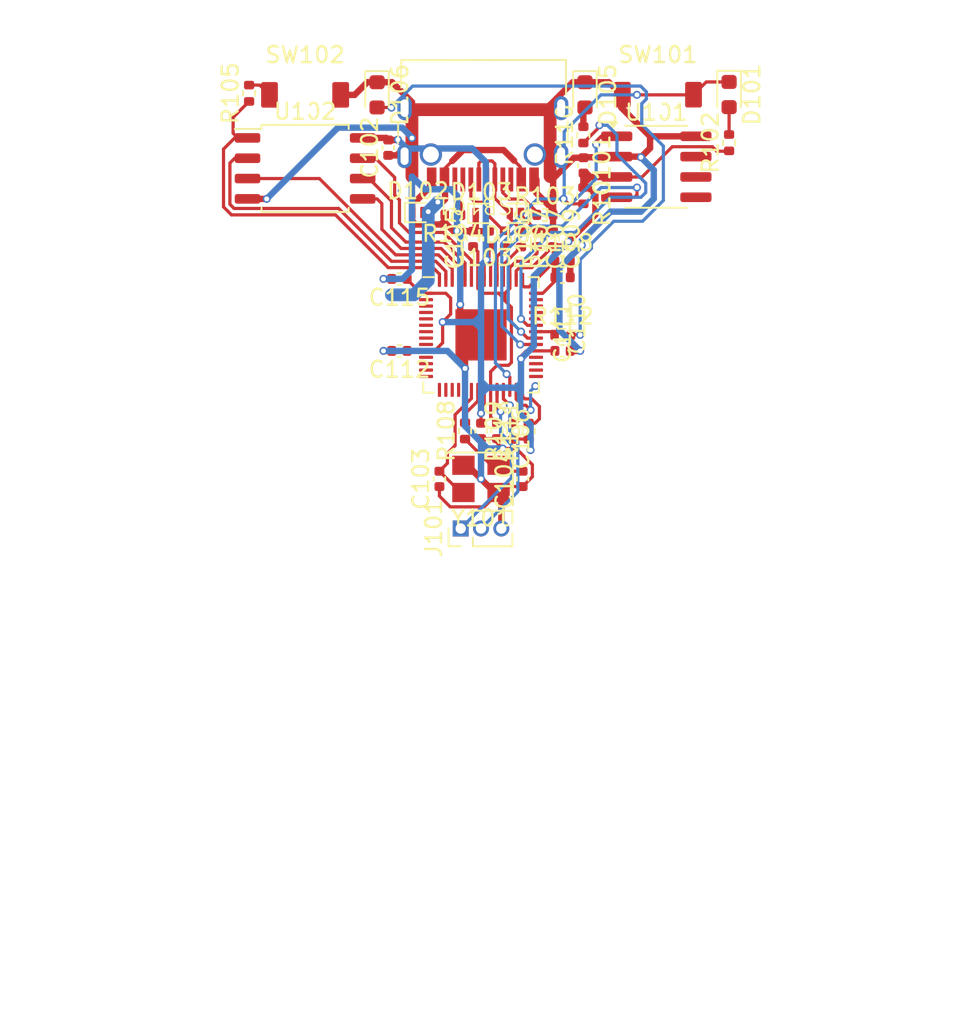
<source format=kicad_pcb>
(kicad_pcb (version 20240108) (generator "pcbnew") (generator_version "8.0")
  (layers (0 "F.Cu" signal) (31 "B.Cu" signal) (34 "B.Paste" user) (35 "F.Paste" user) (36 "B.SilkS" user "B.Silkscreen") (37 "F.SilkS" user "F.Silkscreen") (38 "B.Mask" user) (39 "F.Mask" user) (44 "Edge.Cuts" user))
  (net 0 "")
  (net 1 "/USB_D-")
  (net 2 "/USB_D+")
  (net 3 "Net-(U103-XIN)")
  (net 4 "Net-(C104-Pad2)")
  (net 5 "Net-(U103-VREG_VOUT)")
  (net 6 "GND")
  (net 7 "VBUS")
  (net 8 "Net-(D101-A)")
  (net 9 "Net-(D105-A)")
  (net 10 "VDD")
  (net 11 "RESET")
  (net 12 "/CAN_TX")
  (net 13 "/CAN_RX")
  (net 14 "/I2C_SCL")
  (net 15 "/CANL")
  (net 16 "/CANH")
  (net 17 "Net-(D106-A)")
  (net 18 "Net-(J101-Pin_2)")
  (net 19 "/I2C_SDA")
  (net 20 "Net-(J101-Pin_1)")
  (net 21 "Net-(USB101-CC1)")
  (net 22 "Net-(USB101-CC2)")
  (net 23 "Net-(R105-Pad2)")
  (net 24 "Net-(U102-~{CS})")
  (net 25 "Net-(U103-USB_DP)")
  (net 26 "Net-(U103-USB_DM)")
  (net 27 "/GPIO29_ADC3")
  (net 28 "/GPIO28_ADC2")
  (net 29 "/GPIO27_ADC1")
  (net 30 "/GPIO26_ADC0")
  (net 31 "Net-(U103-XOUT)")
  (net 32 "/GPIO2")
  (net 33 "/GPIO3")
  (net 34 "/GPIO4")
  (net 35 "/GPIO5")
  (net 36 "/GPIO6")
  (net 37 "/GPIO7")
  (net 38 "/GPIO8")
  (net 39 "/GPIO9")
  (net 40 "/GPIO10")
  (net 41 "/GPIO11")
  (net 42 "/GPIO12")
  (net 43 "/GPIO13")
  (net 44 "/GPIO14")
  (net 45 "/GPIO15")
  (net 46 "/GPIO18")
  (net 47 "/GPIO19")
  (net 48 "/GPIO20")
  (net 49 "/GPIO21")
  (net 50 "/GPIO0")
  (net 51 "/GPIO1")
  (net 52 "Net-(U103-GPIO25)")
  (net 53 "Net-(U103-GPIO24)")
  (net 55 "Net-(U102-DO(IO1))")
  (net 56 "Net-(U102-DI(IO0))")
  (net 57 "Net-(U102-IO2)")
  (net 58 "Net-(U102-IO3)")
  (net 59 "Net-(U102-CLK)")
  (footprint "Capacitor_SMD:C_0402_1005Metric" (layer "F.Cu") (at 148.41 89.41 -90)
    (property "Reference" "C101")
    (property "Value" "100nF")
  )
  (footprint "Capacitor_SMD:C_0402_1005Metric" (layer "F.Cu") (at 142 106 -90)
    (property "Reference" "C113")
    (property "Value" "100nF")
  )
  (footprint "Resistor_SMD:R_0402_1005Metric" (layer "F.Cu") (at 157.51 87.99 90)
    (property "Reference" "R102")
    (property "Value" "1k")
  )
  (footprint "Diode_SMD:D_SOD-882" (layer "F.Cu") (at 138.05 92.35)
    (property "Reference" "D102")
    (property "Value" "5V")
  )
  (footprint "WOBCLibrary:TVAF06-A020B-R" (layer "F.Cu") (at 153.06 84.99 90)
    (property "Reference" "SW101")
    (property "Value" "RESET_sw")
  )
  (footprint "Resistor_SMD:R_0402_1005Metric" (layer "F.Cu") (at 143.99 106.03 90)
    (property "Reference" "R109")
    (property "Value" "10k")
  )
  (footprint "Capacitor_SMD:C_0402_1005Metric" (layer "F.Cu") (at 147.1 96.4)
    (property "Reference" "C114" (hide yes))
    (property "Value" "100nF")
  )
  (footprint "Capacitor_SMD:C_0402_1005Metric" (layer "F.Cu") (at 145.5 94 -90)
    (property "Reference" "C107")
    (property "Value" "1uF")
  )
  (footprint "Resistor_SMD:R_0402_1005Metric" (layer "F.Cu") (at 148.4 91.3 -90)
    (property "Reference" "R101")
    (property "Value" "10k")
  )
  (footprint "Resistor_SMD:R_0402_1005Metric" (layer "F.Cu") (at 127.5 84.9 90)
    (property "Reference" "R105")
    (property "Value" "1k")
  )
  (footprint "Diode_SMD:D_SOD-882" (layer "F.Cu") (at 142.02 92.41)
    (property "Reference" "D103")
    (property "Value" "5V")
  )
  (footprint "Crystal:Crystal_SMD_3225-4Pin_3.2x2.5mm" (layer "F.Cu") (at 142 109 180)
    (property "Reference" "Y101")
    (property "Value" "Crystal_GND24")
  )
  (footprint "Connector_PinHeader_1.27mm:PinHeader_1x03_P1.27mm_Vertical" (layer "F.Cu") (at 140.73 112.1 90)
    (property "Reference" "J101")
    (property "Value" "DEBUG")
  )
  (footprint "Resistor_SMD:R_0402_1005Metric" (layer "F.Cu") (at 143.5 94 -90)
    (property "Reference" "R106")
    (property "Value" "22.4")
  )
  (footprint "Capacitor_SMD:C_0402_1005Metric" (layer "F.Cu") (at 142.5 94 90)
    (property "Reference" "C110")
    (property "Value" "100nF")
  )
  (footprint "Capacitor_SMD:C_0402_1005Metric" (layer "F.Cu") (at 144.6 109 90)
    (property "Reference" "C104")
    (property "Value" "27pF")
  )
  (footprint "Capacitor_SMD:C_0402_1005Metric" (layer "F.Cu") (at 147.1 95.4)
    (property "Reference" "C108")
    (property "Value" "100nF")
  )
  (footprint "Resistor_SMD:R_0402_1005Metric" (layer "F.Cu") (at 148.4 87.5 90)
    (property "Reference" "R110")
    (property "Value" "1k")
  )
  (footprint "WOBCLibrary:USB_C_TYPEC-301S-ACP16X7" (layer "F.Cu") (at 142.115 86.62 180)
    (property "Reference" "USB101")
    (property "Value" "USB_C_Receptacle_USB2.0")
  )
  (footprint "Resistor_SMD:R_0402_1005Metric" (layer "F.Cu") (at 140.24 92.5 180)
    (property "Reference" "R104")
    (property "Value" "5.1k")
  )
  (footprint "Capacitor_SMD:C_0402_1005Metric" (layer "F.Cu") (at 141.5 94 90)
    (property "Reference" "C105")
    (property "Value" "100nF")
  )
  (footprint "WOBCLibrary:TVAF06-A020B-R" (layer "F.Cu") (at 131 85 90)
    (property "Reference" "SW102")
    (property "Value" "BOOT0")
  )
  (footprint "Capacitor_SMD:C_0402_1005Metric" (layer "F.Cu") (at 139.4 109 90)
    (property "Reference" "C103")
    (property "Value" "27pF")
  )
  (footprint "LED_SMD:LED_0603_1608Metric" (layer "F.Cu") (at 157.51 84.98 -90)
    (property "Reference" "D101")
    (property "Value" "RESET")
  )
  (footprint "LED_SMD:LED_0603_1608Metric" (layer "F.Cu") (at 135.5 85 -90)
    (property "Reference" "D106")
    (property "Value" "ERROR")
  )
  (footprint "Diode_SMD:D_SOD-882" (layer "F.Cu") (at 144.15 92.4 180)
    (property "Reference" "D104")
    (property "Value" "5V")
  )
  (footprint "Resistor_SMD:R_0402_1005Metric" (layer "F.Cu") (at 141 106 90)
    (property "Reference" "R108")
    (property "Value" "1k")
  )
  (footprint "Resistor_SMD:R_0402_1005Metric" (layer "F.Cu") (at 144.98 106.02 90)
    (property "Reference" "R111")
    (property "Value" "10k")
  )
  (footprint "LED_SMD:LED_0603_1608Metric" (layer "F.Cu") (at 148.5 85 -90)
    (property "Reference" "D105")
    (property "Value" "STAT")
  )
  (footprint "Capacitor_SMD:C_0402_1005Metric" (layer "F.Cu") (at 143 106 -90)
    (property "Reference" "C106")
    (property "Value" "100nF")
  )
  (footprint "Package_DFN_QFN:QFN-56-1EP_7x7mm_P0.4mm_EP3.2x3.2mm" (layer "F.Cu") (at 142 100)
    (property "Reference" "U103")
    (property "Value" "RP2040")
  )
  (footprint "Resistor_SMD:R_0402_1005Metric" (layer "F.Cu") (at 144.5 94 -90)
    (property "Reference" "R107")
    (property "Value" "22.4")
  )
  (footprint "Package_SO:SOIC-8_3.9x4.9mm_P1.27mm" (layer "F.Cu") (at 152.96 89.495)
    (property "Reference" "U101")
    (property "Value" "SN65HVD230")
  )
  (footprint "Capacitor_SMD:C_0402_1005Metric" (layer "F.Cu") (at 136.9 101 180)
    (property "Reference" "C112")
    (property "Value" "100nF")
  )
  (footprint "Capacitor_SMD:C_0402_1005Metric" (layer "F.Cu") (at 136.9 96.5 180)
    (property "Reference" "C115")
    (property "Value" "100nF")
  )
  (footprint "Capacitor_SMD:C_0402_1005Metric" (layer "F.Cu") (at 136.2 88.3 90)
    (property "Reference" "C102")
    (property "Value" "100nF")
  )
  (footprint "Resistor_SMD:R_0402_1005Metric" (layer "F.Cu") (at 147.11 100)
    (property "Reference" "R112")
    (property "Value" "1k")
  )
  (footprint "Capacitor_SMD:C_0402_1005Metric" (layer "F.Cu") (at 146.5 94 -90)
    (property "Reference" "C109")
    (property "Value" "1uF")
  )
  (footprint "Package_SO:SOIC-8_5.23x5.23mm_P1.27mm" (layer "F.Cu") (at 131 89.595)
    (property "Reference" "U102")
    (property "Value" "W25Q128JVS")
  )
  (footprint "Capacitor_SMD:C_0402_1005Metric" (layer "F.Cu") (at 147.1 101)
    (property "Reference" "C111")
    (property "Value" "100nF")
  )
  (footprint "Resistor_SMD:R_0402_1005Metric" (layer "F.Cu") (at 146 92.5)
    (property "Reference" "R103")
    (property "Value" "5.1k")
  )
  (segment (start 136.3875 85.7875) (end 136.4 85.8) (width 0.2) (layer "F.Cu") (net 0))
  (segment (start 148.2 100) (end 147.62 100) (width 0.2) (layer "F.Cu") (net 0))
  (segment (start 135.5 85.7875) (end 136.3875 85.7875) (width 0.2) (layer "F.Cu") (net 0))
  (segment (start 152.05 85.55) (end 152.05 86.85) (width 0.2) (layer "B.Cu") (net 0))
  (segment (start 152.337347 85.262653) (end 152.05 85.55) (width 0.2) (layer "B.Cu") (net 0))
  (segment (start 152.05 86.85) (end 153.4 88.2) (width 0.2) (layer "B.Cu") (net 0))
  (segment (start 148.9 94.3) (end 148.9 94.6) (width 0.2) (layer "B.Cu") (net 0))
  (segment (start 148.2 95.3) (end 148.2 100) (width 0.2) (layer "B.Cu") (net 0))
  (segment (start 150.3 92.9) (end 148.9 94.3) (width 0.2) (layer "B.Cu") (net 0))
  (segment (start 152.337347 84.810029) (end 152.337347 85.262653) (width 0.2) (layer "B.Cu") (net 0))
  (segment (start 152.1 92.9) (end 150.3 92.9) (width 0.2) (layer "B.Cu") (net 0))
  (segment (start 136.4 85.8) (end 136.4 85.775431) (width 0.2) (layer "B.Cu") (net 0))
  (segment (start 136.4 85.775431) (end 137.725431 84.45) (width 0.2) (layer "B.Cu") (net 0))
  (segment (start 148.9 94.6) (end 148.2 95.3) (width 0.2) (layer "B.Cu") (net 0))
  (segment (start 137.725431 84.45) (end 151.977318 84.45) (width 0.2) (layer "B.Cu") (net 0))
  (segment (start 153.4 91.6) (end 152.1 92.9) (width 0.2) (layer "B.Cu") (net 0))
  (segment (start 136.9 91.004569) (end 136.88 90.984569) (width 0.2) (layer "B.Cu") (net 0))
  (segment (start 153.4 88.2) (end 153.4 91.6) (width 0.2) (layer "B.Cu") (net 0))
  (segment (start 151.977318 84.45) (end 152.337347 84.810029) (width 0.2) (layer "B.Cu") (net 0))
  (segment (start 142.01 89.13) (end 141.865 89.275) (width 0.2) (layer "F.Cu") (net 1))
  (segment (start 142.865 89.305) (end 142.69 89.13) (width 0.2) (layer "F.Cu") (net 1))
  (segment (start 142.865 90.29) (end 142.865 89.305) (width 0.2) (layer "F.Cu") (net 1))
  (segment (start 144.5 93.49) (end 144.5 93.42) (width 0.2) (layer "F.Cu") (net 1))
  (segment (start 142.865 91.465) (end 143.8 92.4) (width 0.2) (layer "F.Cu") (net 1))
  (segment (start 141.865 89.275) (end 141.865 90.29) (width 0.2) (layer "F.Cu") (net 1))
  (segment (start 142.69 89.13) (end 142.01 89.13) (width 0.2) (layer "F.Cu") (net 1))
  (segment (start 144.5 93.42) (end 143.8 92.72) (width 0.2) (layer "F.Cu") (net 1))
  (segment (start 143.8 92.72) (end 143.8 92.43495) (width 0.2) (layer "F.Cu") (net 1))
  (segment (start 142.865 90.29) (end 142.865 91.465) (width 0.2) (layer "F.Cu") (net 1))
  (segment (start 141.365 91.445) (end 141.63 91.71) (width 0.2) (layer "F.Cu") (net 2))
  (segment (start 141.63 91.71) (end 142.34 91.71) (width 0.2) (layer "F.Cu") (net 2))
  (segment (start 142.34 91.71) (end 142.34 90.315) (width 0.2) (layer "F.Cu") (net 2))
  (segment (start 141.365 90.29) (end 141.365 91.445) (width 0.2) (layer "F.Cu") (net 2))
  (segment (start 142.37 92.45) (end 142.37 92.41) (width 0.2) (layer "F.Cu") (net 2))
  (segment (start 142.34 92.38) (end 142.34 91.71) (width 0.2) (layer "F.Cu") (net 2))
  (segment (start 142.34 90.315) (end 142.365 90.29) (width 0.2) (layer "F.Cu") (net 2))
  (segment (start 142.37 92.41) (end 142.34 92.38) (width 0.2) (layer "F.Cu") (net 2))
  (segment (start 143.5 93.49) (end 143.41 93.49) (width 0.2) (layer "F.Cu") (net 2))
  (segment (start 143.41 93.49) (end 142.37 92.45) (width 0.2) (layer "F.Cu") (net 2))
  (segment (start 140.53 109.48) (end 140.9 109.85) (width 0.2) (layer "F.Cu") (net 3))
  (segment (start 140.38 104.989973) (end 141.4 103.969973) (width 0.2) (layer "F.Cu") (net 3))
  (segment (start 141.4 103.969973) (end 141.4 103.4375) (width 0.2) (layer "F.Cu") (net 3))
  (segment (start 139.4 108.52) (end 139.9 108.02) (width 0.2) (layer "F.Cu") (net 3))
  (segment (start 139.9 108.02) (end 139.9 107.4) (width 0.2) (layer "F.Cu") (net 3))
  (segment (start 139.4 108.52) (end 140.73 109.85) (width 0.2) (layer "F.Cu") (net 3))
  (segment (start 140.73 109.85) (end 140.9 109.85) (width 0.2) (layer "F.Cu") (net 3))
  (segment (start 139.9 107.4) (end 140.38 106.92) (width 0.2) (layer "F.Cu") (net 3))
  (segment (start 140.38 106.92) (end 140.38 104.989973) (width 0.2) (layer "F.Cu") (net 3))
  (segment (start 144.6 108.52) (end 143.47 108.52) (width 0.2) (layer "F.Cu") (net 4))
  (segment (start 142.64 108.15) (end 143.1 108.15) (width 0.2) (layer "F.Cu") (net 4))
  (segment (start 143.47 108.52) (end 143.1 108.15) (width 0.2) (layer "F.Cu") (net 4))
  (segment (start 141 106.51) (end 142.64 108.15) (width 0.2) (layer "F.Cu") (net 4))
  (segment (start 145.5 94.9) (end 145.5 94.48) (width 0.2) (layer "F.Cu") (net 5))
  (segment (start 143.1 97.4) (end 143.494974 97.4) (width 0.2) (layer "F.Cu") (net 5))
  (segment (start 141.8 97.094974) (end 142.105026 97.4) (width 0.2) (layer "F.Cu") (net 5))
  (segment (start 143.8 96.5625) (end 143.8 95.8) (width 0.2) (layer "F.Cu") (net 5))
  (segment (start 144.2 95.4) (end 145 95.4) (width 0.2) (layer "F.Cu") (net 5))
  (segment (start 142.6 103.4375) (end 142.6 105.13) (width 0.2) (layer "F.Cu") (net 5))
  (segment (start 142.105026 97.4) (end 143.1 97.4) (width 0.2) (layer "F.Cu") (net 5))
  (segment (start 143.9 101.724264) (end 143.724264 101.9) (width 0.2) (layer "F.Cu") (net 5))
  (segment (start 141.5 94.5) (end 141.8 94.8) (width 0.2) (layer "F.Cu") (net 5))
  (segment (start 141.8 94.8) (end 141.8 96.5625) (width 0.2) (layer "F.Cu") (net 5))
  (segment (start 143.494974 97.794974) (end 143.494974 97.87071) (width 0.2) (layer "F.Cu") (net 5))
  (segment (start 141.8 96.5625) (end 141.8 97.094974) (width 0.2) (layer "F.Cu") (net 5))
  (segment (start 143.9 98.275736) (end 143.9 101.724264) (width 0.2) (layer "F.Cu") (net 5))
  (segment (start 141.5 94.48) (end 141.5 94.5) (width 0.2) (layer "F.Cu") (net 5))
  (segment (start 145 95.4) (end 145.5 94.9) (width 0.2) (layer "F.Cu") (net 5))
  (segment (start 143.724264 101.9) (end 143 101.9) (width 0.2) (layer "F.Cu") (net 5))
  (segment (start 142.6 105.13) (end 142.99 105.52) (width 0.2) (layer "F.Cu") (net 5))
  (segment (start 143.8 95.8) (end 144.2 95.4) (width 0.2) (layer "F.Cu") (net 5))
  (segment (start 143.494974 97.794974) (end 143.1 97.4) (width 0.2) (layer "F.Cu") (net 5))
  (segment (start 143 101.9) (end 142.6 102.3) (width 0.2) (layer "F.Cu") (net 5))
  (segment (start 143.494974 97.4) (end 143.8 97.094974) (width 0.2) (layer "F.Cu") (net 5))
  (segment (start 142.6 102.3) (end 142.6 103.4375) (width 0.2) (layer "F.Cu") (net 5))
  (segment (start 143.8 97.094974) (end 143.8 96.5625) (width 0.2) (layer "F.Cu") (net 5))
  (segment (start 143.494974 97.87071) (end 143.9 98.275736) (width 0.2) (layer "F.Cu") (net 5))
  (segment (start 143.494974 97.4) (end 143.494974 97.794974) (width 0.2) (layer "F.Cu") (net 5))
  (segment (start 137.68 91.6) (end 137.97 91.6) (width 0.4) (layer "F.Cu") (net 6))
  (segment (start 143 106.75) (end 143.35 107.1) (width 0.2) (layer "F.Cu") (net 6))
  (segment (start 141.15 108.15) (end 142 109) (width 0.4) (layer "F.Cu") (net 6))
  (segment (start 137.7 92.9) (end 137.7 91.62) (width 0.4) (layer "F.Cu") (net 6))
  (segment (start 148.5 84.2125) (end 149.9875 84.2125) (width 0.4) (layer "F.Cu") (net 6))
  (segment (start 146.51 92.5) (end 146.51 92.18) (width 0.4) (layer "F.Cu") (net 6))
  (segment (start 146.5 93.52) (end 145.5 93.52) (width 0.4) (layer "F.Cu") (net 6))
  (segment (start 143.1 109.85) (end 142.2 110.75) (width 0.2) (layer "F.Cu") (net 6))
  (segment (start 133.225 85) (end 134.1 85) (width 0.4) (layer "F.Cu") (net 6))
  (segment (start 141.5 93.52) (end 140.52 93.52) (width 0.4) (layer "F.Cu") (net 6))
  (segment (start 147.81 88.93) (end 146.635 90.105) (width 0.4) (layer "F.Cu") (net 6))
  (segment (start 140.7 98.1) (end 140.7 98.7) (width 0.4) (layer "F.Cu") (net 6))
  (segment (start 152.57 88.33) (end 152.57 87.595) (width 0.4) (layer "F.Cu") (net 6))
  (segment (start 137.68 90.105) (end 137.68 87.699996) (width 0.4) (layer "F.Cu") (net 6))
  (segment (start 136.4425 84.2125) (end 135.5 84.2125) (width 0.4) (layer "F.Cu") (net 6))
  (segment (start 146.51 92.5) (end 146.51 91.3) (width 0.4) (layer "F.Cu") (net 6))
  (segment (start 139.671924 92.91) (end 139.481924 93.1) (width 0.4) (layer "F.Cu") (net 6))
  (segment (start 147.58 95.4) (end 147.58 95.120006) (width 0.4) (layer "F.Cu") (net 6))
  (segment (start 155.47 87.59) (end 155.475 87.595) (width 0.4) (layer "F.Cu") (net 6))
  (segment (start 150.53 88.86) (end 151.96 88.86) (width 0.4) (layer "F.Cu") (net 6))
  (segment (start 141 103.4375) (end 141 102.1) (width 0.2) (layer "F.Cu") (net 6))
  (segment (start 141 101) (end 142 100) (width 0.2) (layer "F.Cu") (net 6))
  (segment (start 137.97 91.6) (end 138.9 90.67) (width 0.4) (layer "F.Cu") (net 6))
  (segment (start 148.44 88.9) (end 148.41 88.93) (width 0.4) (layer "F.Cu") (net 6))
  (segment (start 142.2 110.75) (end 140.075736 110.75) (width 0.2) (layer "F.Cu") (net 6))
  (segment (start 145.465 91.135) (end 145.465 90.29) (width 0.4) (layer "F.Cu") (net 6))
  (segment (start 137.68 85.925) (end 146.32 85.925) (width 0.8) (layer "F.Cu") (net 6))
  (segment (start 147.58 96.4) (end 147.58 95.4) (width 0.4) (layer "F.Cu") (net 6))
  (segment (start 141.5 93.52) (end 141.67 93.35) (width 0.4) (layer "F.Cu") (net 6))
  (segment (start 137.7 91.62) (end 137.68 91.6) (width 0.4) (layer "F.Cu") (net 6))
  (segment (start 150.775 85) (end 150.775 85.8) (width 0.4) (layer "F.Cu") (net 6))
  (segment (start 140.075736 110.75) (end 139.4 110.074264) (width 0.2) (layer "F.Cu") (net 6))
  (segment (start 140.9 108.15) (end 140.924264 108.15) (width 0.4) (layer "F.Cu") (net 6))
  (segment (start 137.68 91.6) (end 137.68 90.105) (width 0.4) (layer "F.Cu") (net 6))
  (segment (start 143 106.48) (end 143 106.75) (width 0.2) (layer "F.Cu") (net 6))
  (segment (start 139.481924 93.1) (end 137.9 93.1) (width 0.4) (layer "F.Cu") (net 6))
  (segment (start 144.48 92.5) (end 145.5 93.52) (width 0.2) (layer "F.Cu") (net 6))
  (segment (start 146.635 90.105) (end 146.32 90.105) (width 0.4) (layer "F.Cu") (net 6))
  (segment (start 141.67 93.35) (end 141.67 92.41) (width 0.4) (layer "F.Cu") (net 6))
  (segment (start 140.261924 93.5) (end 139.671924 92.91) (width 0.4) (layer "F.Cu") (net 6))
  (segment (start 152.575 87.59) (end 155.47 87.59) (width 0.4) (layer "F.Cu") (net 6))
  (segment (start 152 88.9) (end 152.57 88.33) (width 0.4) (layer "F.Cu") (net 6))
  (segment (start 136.42 96.5) (end 135.9 96.5) (width 0.4) (layer "F.Cu") (net 6))
  (segment (start 146.11 91.7) (end 146.51 91.3) (width 0.4) (layer "F.Cu") (net 6))
  (segment (start 145.21 108.87) (end 145.21 108.11) (width 0.2) (layer "F.Cu") (net 6))
  (segment (start 137.68 85.925) (end 137.68 85.45) (width 0.4) (layer "F.Cu") (net 6))
  (segment (start 150.39 88.9) (end 148.44 88.9) (width 0.4) (layer "F.Cu") (net 6))
  (segment (start 148.41 88.93) (end 147.81 88.93) (width 0.4) (layer "F.Cu") (net 6))
  (segment (start 143.27 110.02) (end 143.1 109.85) (width 0.4) (layer "F.Cu") (net 6))
  (segment (start 137.9 93.1) (end 137.7 92.9) (width 0.4) (layer "F.Cu") (net 6))
  (segment (start 143 106.48) (end 142 106.48) (width 0.2) (layer "F.Cu") (net 6))
  (segment (start 140.7 98.7) (end 142 100) (width 0.4) (layer "F.Cu") (net 6))
  (segment (start 147.7375 84.2125) (end 146.32 85.63) (width 0.4) (layer "F.Cu") (net 6))
  (segment (start 136.42 101) (end 135.9 101) (width 0.4) (layer "F.Cu") (net 6))
  (segment (start 140.52 93.52) (end 140.5 93.5) (width 0.4) (layer "F.Cu") (net 6))
  (segment (start 144.2 107.1) (end 143.35 107.1) (width 0.2) (layer "F.Cu") (net 6))
  (segment (start 137.68 87.839239) (end 137.68 87.699996) (width 0.4) (layer "F.Cu") (net 6))
  (segment (start 147.58 101) (end 148.2 101) (width 0.4) (layer "F.Cu") (net 6))
  (segment (start 146.5 92.51) (end 146.51 92.5) (width 0.4) (layer "F.Cu") (net 6))
  (segment (start 145.21 108.11) (end 144.2 107.1) (width 0.2) (layer "F.Cu") (net 6))
  (segment (start 142 100) (end 142 99.999998) (width 0.2) (layer "F.Cu") (net 6))
  (segment (start 150.49 88.9) (end 150.53 88.86) (width 0.4) (layer "F.Cu") (net 6))
  (segment (start 141.5 93.52) (end 142.5 93.52) (width 0.4) (layer "F.Cu") (net 6))
  (segment (start 137.68 85.925) (end 137.68 90.105) (width 0.8) (layer "F.Cu") (net 6))
  (segment (start 139.4 110.074264) (end 139.4 109.48) (width 0.2) (layer "F.Cu") (net 6))
  (segment (start 140.9 108.15) (end 141.15 108.15) (width 0.4) (layer "F.Cu") (net 6))
  (segment (start 146.51 90.295) (end 146.32 90.105) (width 0.4) (layer "F.Cu") (net 6))
  (segment (start 146.32 85.925) (end 146.32 90.105) (width 0.8) (layer "F.Cu") (net 6))
  (segment (start 143.47 109.48) (end 143.1 109.85) (width 0.2) (layer "F.Cu") (net 6))
  (segment (start 134.1 85) (end 134.8875 84.2125) (width 0.4) (layer "F.Cu") (net 6))
  (segment (start 144.6 109.48) (end 145.21 108.87) (width 0.2) (layer "F.Cu") (net 6))
  (segment (start 140.53 108.52) (end 140.9 108.15) (width 0.4) (layer "F.Cu") (net 6))
  (segment (start 141 101) (end 142 99.999998) (width 0.4) (layer "F.Cu") (net 6))
  (segment (start 147.58 95.120006) (end 148.300006 94.4) (width 0.4) (layer "F.Cu") (net 6))
  (segment (start 142.85 109.85) (end 143.1 109.85) (width 0.4) (layer "F.Cu") (net 6))
  (segment (start 146.51 92.18) (end 146.03 91.7) (width 0.4) (layer "F.Cu") (net 6))
  (segment (start 146.5 93.52) (end 146.5 92.51) (width 0.4) (layer "F.Cu") (net 6))
  (segment (start 136.2 88.78) (end 136.739239 88.78) (width 0.4) (layer "F.Cu") (net 6))
  (segment (start 137.68 85.45) (end 136.4425 84.2125) (width 0.4) (layer "F.Cu") (net 6))
  (segment (start 139.73 92.5) (end 139.73 92.851924) (width 0.4) (layer "F.Cu") (net 6))
  (segment (start 148.5 84.2125) (end 147.7375 84.2125) (width 0.4) (layer "F.Cu") (net 6))
  (segment (start 151.96 88.86) (end 152 88.9) (width 0.4) (layer "F.Cu") (net 6))
  (segment (start 150.775 85.8) (end 152.57 87.595) (width 0.4) (layer "F.Cu") (net 6))
  (segment (start 146.03 91.7) (end 145.465 91.135) (width 0.4) (layer "F.Cu") (net 6))
  (segment (start 142 109) (end 142.85 109.85) (width 0.4) (layer "F.Cu") (net 6))
  (segment (start 142.95 109.85) (end 143.1 109.85) (width 0.2) (layer "F.Cu") (net 6))
  (segment (start 146.51 91.3) (end 146.51 90.295) (width 0.4) (layer "F.Cu") (net 6))
  (segment (start 146.32 85.63) (end 146.32 85.925) (width 0.4) (layer "F.Cu") (net 6))
  (segment (start 140.5 93.5) (end 140.261924 93.5) (width 0.4) (layer "F.Cu") (net 6))
  (segment (start 143.27 112.1) (end 143.27 110.02) (width 0.4) (layer "F.Cu") (net 6))
  (segment (start 128.6 91.5) (end 127.4 91.5) (width 0.4) (layer "F.Cu") (net 6))
  (segment (start 136.739239 88.78) (end 137.68 87.839239) (width 0.4) (layer "F.Cu") (net 6))
  (segment (start 144.42 92.5) (end 144.48 92.5) (width 0.2) (layer "F.Cu") (net 6))
  (segment (start 146.03 91.7) (end 146.11 91.7) (width 0.4) (layer "F.Cu") (net 6))
  (segment (start 139.73 92.851924) (end 139.671924 92.91) (width 0.4) (layer "F.Cu") (net 6))
  (segment (start 141 102.1) (end 141 101) (width 0.4) (layer "F.Cu") (net 6))
  (segment (start 149.9875 84.2125) (end 150.775 85) (width 0.4) (layer "F.Cu") (net 6))
  (segment (start 134.8875 84.2125) (end 135.5 84.2125) (width 0.4) (layer "F.Cu") (net 6))
  (segment (start 152.57 87.595) (end 152.575 87.59) (width 0.4) (layer "F.Cu") (net 6))
  (segment (start 144.6 109.48) (end 143.47 109.48) (width 0.2) (layer "F.Cu") (net 6))
  (via (at 137.68 87.699996) (size 0.5) (drill 0.3) (layers "F.Cu" "B.Cu") (net 6))
  (via (at 142 109) (size 0.5) (drill 0.3) (layers "F.Cu" "B.Cu") (net 6))
  (via (at 140.7 98.1) (size 0.5) (drill 0.3) (layers "F.Cu" "B.Cu") (net 6))
  (via (at 128.6 91.5) (size 0.5) (drill 0.3) (layers "F.Cu" "B.Cu") (net 6))
  (via (at 135.9 101) (size 0.5) (drill 0.3) (layers "F.Cu" "B.Cu") (net 6))
  (via (at 143.35 107.1) (size 0.5) (drill 0.3) (layers "F.Cu" "B.Cu") (net 6))
  (via (at 140.5 93.5) (size 0.5) (drill 0.3) (layers "F.Cu" "B.Cu") (net 6))
  (via (at 141 102.1) (size 0.5) (drill 0.3) (layers "F.Cu" "B.Cu") (net 6))
  (via (at 152 88.9) (size 0.5) (drill 0.3) (layers "F.Cu" "B.Cu") (net 6))
  (via (at 135.9 96.5) (size 0.5) (drill 0.3) (layers "F.Cu" "B.Cu") (net 6))
  (via (at 148.2 101) (size 0.5) (drill 0.3) (layers "F.Cu" "B.Cu") (net 6))
  (via (at 148.300006 94.4) (size 0.5) (drill 0.3) (layers "F.Cu" "B.Cu") (net 6))
  (segment (start 152.8 91.492894) (end 152.8 89.7) (width 0.4) (layer "B.Cu") (net 6))
  (segment (start 148.300006 94.4) (end 148.300006 94.099994) (width 0.4) (layer "B.Cu") (net 6))
  (segment (start 150.1 92.3) (end 151.992894 92.3) (width 0.4) (layer "B.Cu") (net 6))
  (segment (start 140.7 93.7) (end 140.7 98.1) (width 0.4) (layer "B.Cu") (net 6))
  (segment (start 135.9 101) (end 139.9 101) (width 0.4) (layer "B.Cu") (net 6))
  (segment (start 142 109) (end 142 107.5) (width 0.4) (layer "B.Cu") (net 6))
  (segment (start 142 107.5) (end 142.4 107.1) (width 0.4) (layer "B.Cu") (net 6))
  (segment (start 140.1 90.9) (end 140.5 91.3) (width 0.4) (layer "B.Cu") (net 6))
  (segment (start 137.1 96.5) (end 137.68 95.92) (width 0.4) (layer "B.Cu") (net 6))
  (segment (start 138.475 90.9) (end 140.1 90.9) (width 0.4) (layer "B.Cu") (net 6))
  (segment (start 151.992894 92.3) (end 152.8 91.492894) (width 0.4) (layer "B.Cu") (net 6))
  (segment (start 140.5 93.5) (end 140.7 93.7) (width 0.4) (layer "B.Cu") (net 6))
  (segment (start 133.05 87.05) (end 137.069239 87.05) (width 0.4) (layer "B.Cu") (net 6))
  (segment (start 139.9 101) (end 141 102.1) (width 0.4) (layer "B.Cu") (net 6))
  (segment (start 137.68 90.105) (end 138.475 90.9) (width 0.4) (layer "B.Cu") (net 6))
  (segment (start 142.4 107.1) (end 143.35 107.1) (width 0.4) (layer "B.Cu") (net 6))
  (segment (start 128.6 91.5) (end 133.05 87.05) (width 0.4) (layer "B.Cu") (net 6))
  (segment (start 148.2 101) (end 146.9 99.7) (width 0.4) (layer "B.Cu") (net 6))
  (segment (start 137.68 87.660761) (end 137.68 87.699996) (width 0.4) (layer "B.Cu") (net 6))
  (segment (start 148.300006 94.099994) (end 150.1 92.3) (width 0.4) (layer "B.Cu") (net 6))
  (segment (start 141 105.7) (end 141 102.1) (width 0.4) (layer "B.Cu") (net 6))
  (segment (start 142 106.7) (end 141 105.7) (width 0.4) (layer "B.Cu") (net 6))
  (segment (start 146.9 95.800006) (end 148.300006 94.4) (width 0.4) (layer "B.Cu") (net 6))
  (segment (start 135.9 96.5) (end 137.1 96.5) (width 0.4) (layer "B.Cu") (net 6))
  (segment (start 152.8 89.7) (end 152 88.9) (width 0.4) (layer "B.Cu") (net 6))
  (segment (start 137.68 95.92) (end 137.68 90.105) (width 0.4) (layer "B.Cu") (net 6))
  (segment (start 146.9 99.7) (end 146.9 95.800006) (width 0.4) (layer "B.Cu") (net 6))
  (segment (start 140.5 91.3) (end 140.5 93.5) (width 0.4) (layer "B.Cu") (net 6))
  (segment (start 137.069239 87.05) (end 137.68 87.660761) (width 0.4) (layer "B.Cu") (net 6))
  (segment (start 142.4 107.1) (end 142 106.7) (width 0.4) (layer "B.Cu") (net 6))
  (segment (start 142 107.5) (end 142 106.7) (width 0.4) (layer "B.Cu") (net 6))
  (segment (start 139.75 90.72) (end 139.7 90.67) (width 0.4) (layer "F.Cu") (net 7))
  (segment (start 139.75 91.525) (end 139.75 90.72) (width 0.4) (layer "F.Cu") (net 7))
  (segment (start 140.2 89.13) (end 140.88 88.45) (width 0.4) (layer "F.Cu") (net 7))
  (segment (start 143.41 88.45) (end 144.07 89.11) (width 0.4) (layer "F.Cu") (net 7))
  (segment (start 138.7 92.3) (end 138.45 92.3) (width 0.4) (layer "F.Cu") (net 7))
  (segment (start 144.44 90.435) (end 144.44 89.48) (width 0.2) (layer "F.Cu") (net 7))
  (segment (start 139.75 89.58) (end 140.2 89.13) (width 0.2) (layer "F.Cu") (net 7))
  (segment (start 140.88 88.45) (end 143.41 88.45) (width 0.4) (layer "F.Cu") (net 7))
  (segment (start 139.575 91.7) (end 139.75 91.525) (width 0.4) (layer "F.Cu") (net 7))
  (segment (start 139.75 90.67) (end 139.75 89.58) (width 0.2) (layer "F.Cu") (net 7))
  (segment (start 144.44 89.48) (end 144.07 89.11) (width 0.2) (layer "F.Cu") (net 7))
  (segment (start 139.3 91.7) (end 139.575 91.7) (width 0.4) (layer "F.Cu") (net 7))
  (via (at 138.7 92.3) (size 0.5) (drill 0.3) (layers "F.Cu" "B.Cu") (net 7))
  (via (at 139.3 91.7) (size 0.5) (drill 0.3) (layers "F.Cu" "B.Cu") (net 7))
  (segment (start 137.8 97.5) (end 136.4 97.5) (width 0.8) (layer "B.Cu") (net 7))
  (segment (start 138.7 92.3) (end 138.7 96.6) (width 0.8) (layer "B.Cu") (net 7))
  (segment (start 138.7 96.6) (end 137.8 97.5) (width 0.8) (layer "B.Cu") (net 7))
  (segment (start 139.3 91.7) (end 138.7 92.3) (width 0.8) (layer "B.Cu") (net 7))
  (segment (start 157.51 87.49) (end 157.5 87.5) (width 0.2) (layer "F.Cu") (net 8))
  (segment (start 157.51 85.7975) (end 157.51 87.49) (width 0.2) (layer "F.Cu") (net 8))
  (segment (start 157.5 85.7875) (end 157.51 85.7975) (width 0.2) (layer "F.Cu") (net 8))
  (segment (start 148.4 85.7875) (end 148.4 86.99) (width 0.4) (layer "F.Cu") (net 9))
  (segment (start 142.6 95.55) (end 142.35 95.3) (width 0.2) (layer "F.Cu") (net 10))
  (segment (start 144.2 96) (end 144.4 95.8) (width 0.2) (layer "F.Cu") (net 10))
  (segment (start 145.4375 101) (end 144.827318 101) (width 0.2) (layer "F.Cu") (net 10))
  (segment (start 136.78 87.82) (end 136.8 87.8) (width 0.4) (layer "F.Cu") (net 10))
  (segment (start 147.219999 94.48) (end 146.5 94.48) (width 0.4) (layer "F.Cu") (net 10))
  (segment (start 148.41 89.89) (end 148.59 89.89) (width 0.4) (layer "F.Cu") (net 10))
  (segment (start 149.15 92.485026) (end 147.46503 94.169996) (width 0.4) (layer "F.Cu") (net 10))
  (segment (start 134.6 87.69) (end 136.07 87.69) (width 0.4) (layer "F.Cu") (net 10))
  (segment (start 145.1 106.65) (end 145.1 107.2) (width 0.2) (layer "F.Cu") (net 10))
  (segment (start 139.094974 101) (end 138.5625 101) (width 0.2) (layer "F.Cu") (net 10))
  (segment (start 145.4375 97.4) (end 145.86 97.4) (width 0.2) (layer "F.Cu") (net 10))
  (segment (start 147.219999 94.48) (end 147.46503 94.234969) (width 0.4) (layer "F.Cu") (net 10))
  (segment (start 144.6 96.9) (end 144.7 97) (width 0.2) (layer "F.Cu") (net 10))
  (segment (start 146.62 101) (end 145.4375 101) (width 0.2) (layer "F.Cu") (net 10))
  (segment (start 144.7 97) (end 145 97) (width 0.2) (layer "F.Cu") (net 10))
  (segment (start 137.98 97.28) (end 137.98 97.134818) (width 0.2) (layer "F.Cu") (net 10))
  (segment (start 149.15 91.22) (end 149.15 92.485026) (width 0.4) (layer "F.Cu") (net 10))
  (segment (start 136.07 87.69) (end 136.2 87.82) (width 0.4) (layer "F.Cu") (net 10))
  (segment (start 148.72 90.79) (end 149.15 91.22) (width 0.4) (layer "F.Cu") (net 10))
  (segment (start 139.8 97.4) (end 140.1 97.7) (width 0.2) (layer "F.Cu") (net 10))
  (segment (start 150.48 90.135) (end 150.485 90.13) (width 0.4) (layer "F.Cu") (net 10))
  (segment (start 144.96 106.51) (end 145.1 106.65) (width 0.2) (layer "F.Cu") (net 10))
  (segment (start 148.4 90.79) (end 148.4 89.9) (width 0.4) (layer "F.Cu") (net 10))
  (segment (start 148.4 90.79) (end 148.4 90.57) (width 0.4) (layer "F.Cu") (net 10))
  (segment (start 146.62 96.64) (end 146.62 96.4) (width 0.2) (layer "F.Cu") (net 10))
  (segment (start 148.835 90.135) (end 150.48 90.135) (width 0.4) (layer "F.Cu") (net 10))
  (segment (start 147.02 94.48) (end 146.62 94.88) (width 0.4) (layer "F.Cu") (net 10))
  (segment (start 144.2 96.5625) (end 144.2 96) (width 0.2) (layer "F.Cu") (net 10))
  (segment (start 156.461396 88.24) (end 153.96 88.24) (width 0.2) (layer "F.Cu") (net 10))
  (segment (start 140.1 98.7) (end 139.6 99.2) (width 0.2) (layer "F.Cu") (net 10))
  (segment (start 142 104.9) (end 142 104.501344) (width 0.2) (layer "F.Cu") (net 10))
  (segment (start 147.219999 94.48) (end 147.02 94.48) (width 0.4) (layer "F.Cu") (net 10))
  (segment (start 142.6 96.5625) (end 142.6 95.55) (width 0.2) (layer "F.Cu") (net 10))
  (segment (start 138.5625 101) (end 137.38 101) (width 0.2) (layer "F.Cu") (net 10))
  (segment (start 157.5 88.52) (end 156.741396 88.52) (width 0.2) (layer "F.Cu") (net 10))
  (segment (start 137.98 97.134818) (end 137.445182 96.6) (width 0.2) (layer "F.Cu") (net 10))
  (segment (start 142.2 104.301344) (end 142.2 103.4375) (width 0.2) (layer "F.Cu") (net 10))
  (segment (start 145.165686 95.8) (end 146.485686 94.48) (width 0.2) (layer "F.Cu") (net 10))
  (segment (start 148.4 89.9) (end 148.41 89.89) (width 0.4) (layer "F.Cu") (net 10))
  (segment (start 146.62 95.079999) (end 146.62 96.4) (width 0.4) (layer "F.Cu") (net 10))
  (segment (start 146.62 95.079999) (end 146.62 95.4) (width 0.4) (layer "F.Cu") (net 10))
  (segment (start 138.5625 97.4) (end 138.1 97.4) (width 0.2) (layer "F.Cu") (net 10))
  (segment (start 146.62 94.88) (end 146.62 95.079999) (width 0.4) (layer "F.Cu") (net 10))
  (segment (start 148.59 89.89) (end 148.835 90.135) (width 0.4) (layer "F.Cu") (net 10))
  (segment (start 144.4 95.8) (end 145.165686 95.8) (width 0.2) (layer "F.Cu") (net 10))
  (segment (start 138.1 97.4) (end 137.98 97.28) (width 0.2) (layer "F.Cu") (net 10))
  (segment (start 144.827318 101) (end 144.5 101.327318) (width 0.2) (layer "F.Cu") (net 10))
  (segment (start 142.5 95.15) (end 142.35 95.3) (width 0.2) (layer "F.Cu") (net 10))
  (segment (start 148.4 90.57) (end 148.835 90.135) (width 0.4) (layer "F.Cu") (net 10))
  (segment (start 145.86 97.4) (end 146.62 96.64) (width 0.2) (layer "F.Cu") (net 10))
  (segment (start 139.6 100.494974) (end 139.094974 101) (width 0.2) (layer "F.Cu") (net 10))
  (segment (start 138.5625 97.4) (end 139.8 97.4) (width 0.2) (layer "F.Cu") (net 10))
  (segment (start 144.5 101.327318) (end 144.5 101.5) (width 0.2) (layer "F.Cu") (net 10))
  (segment (start 142.5 94.48) (end 142.5 95.15) (width 0.2) (layer "F.Cu") (net 10))
  (segment (start 140.1 97.7) (end 140.1 98.7) (width 0.2) (layer "F.Cu") (net 10))
  (segment (start 147.46503 94.234969) (end 147.46503 94.169996) (width 0.4) (layer "F.Cu") (net 10))
  (segment (start 142 104.501344) (end 142.2 104.301344) (width 0.2) (layer "F.Cu") (net 10))
  (segment (start 152.065 90.135) (end 151.215 90.135) (width 0.2) (layer "F.Cu") (net 10))
  (segment (start 146.485686 94.48) (end 146.5 94.48) (width 0.2) (layer "F.Cu") (net 10))
  (segment (start 156.741396 88.52) (end 156.461396 88.24) (width 0.2) (layer "F.Cu") (net 10))
  (segment (start 144.6 96.5625) (end 144.6 96.9) (width 0.2) (layer "F.Cu") (net 10))
  (segment (start 142 105.52) (end 142 104.9) (width 0.2) (layer "F.Cu") (net 10))
  (segment (start 153.96 88.24) (end 152.065 90.135) (width 0.2) (layer "F.Cu") (net 10))
  (segment (start 142.2 96.5625) (end 142.2 95.45) (width 0.2) (layer "F.Cu") (net 10))
  (segment (start 148.4 90.79) (end 148.72 90.79) (width 0.4) (layer "F.Cu") (net 10))
  (segment (start 137.445182 96.6) (end 137.38 96.6) (width 0.2) (layer "F.Cu") (net 10))
  (segment (start 144 106.51) (end 144.96 106.51) (width 0.2) (layer "F.Cu") (net 10))
  (segment (start 139.6 99.2) (end 139.6 100.494974) (width 0.2) (layer "F.Cu") (net 10))
  (segment (start 146.6 95.4) (end 146.62 95.4) (width 0.2) (layer "F.Cu") (net 10))
  (segment (start 136.2 87.82) (end 136.78 87.82) (width 0.4) (layer "F.Cu") (net 10))
  (segment (start 142.2 95.45) (end 142.35 95.3) (width 0.2) (layer "F.Cu") (net 10))
  (segment (start 145 97) (end 146.6 95.4) (width 0.2) (layer "F.Cu") (net 10))
  (via (at 145.1 107.2) (size 0.5) (drill 0.3) (layers "F.Cu" "B.Cu") (net 10))
  (via (at 147.46503 94.169996) (size 0.5) (drill 0.3) (layers "F.Cu" "B.Cu") (net 10))
  (via (at 142.35 95.3) (size 0.5) (drill 0.3) (layers "F.Cu" "B.Cu") (net 10))
  (via (at 142 104.9) (size 0.5) (drill 0.3) (layers "F.Cu" "B.Cu") (net 10))
  (via (at 136.8 87.8) (size 0.5) (drill 0.3) (layers "F.Cu" "B.Cu") (net 10))
  (via (at 144.5 101.5) (size 0.5) (drill 0.3) (layers "F.Cu" "B.Cu") (net 10))
  (via (at 139.6 99.2) (size 0.5) (drill 0.3) (layers "F.Cu" "B.Cu") (net 10))
  (segment (start 142 102.9) (end 142.4 103.3) (width 0.4) (layer "B.Cu") (net 10))
  (segment (start 142 98.2) (end 142 95.65) (width 0.4) (layer "B.Cu") (net 10))
  (segment (start 142.3 95.25) (end 142.35 95.3) (width 0.4) (layer "B.Cu") (net 10))
  (segment (start 142 102.6) (end 142 102.9) (width 0.4) (layer "B.Cu") (net 10))
  (segment (start 142 98.8) (end 141.6 99.2) (width 0.4) (layer "B.Cu") (net 10))
  (segment (start 142 98.2) (end 142 98.8) (width 0.4) (layer "B.Cu") (net 10))
  (segment (start 142 99.6) (end 142 98.2) (width 0.4) (layer "B.Cu") (net 10))
  (segment (start 142 95.65) (end 142.35 95.3) (width 0.4) (layer "B.Cu") (net 10))
  (segment (start 144.45 104.969239) (end 144.45 103.65) (width 0.4) (layer "B.Cu") (net 10))
  (segment (start 144.5 101.5) (end 145.3 100.7) (width 0.4) (layer "B.Cu") (net 10))
  (segment (start 145.1 105.619239) (end 144.45 104.969239) (width 0.4) (layer "B.Cu") (net 10))
  (segment (start 144.5 101.5) (end 144.5 103) (width 0.4) (layer "B.Cu") (net 10))
  (segment (start 145.3 100.7) (end 145.3 96.335026) (width 0.4) (layer "B.Cu") (net 10))
  (segment (start 137.349996 88.349996) (end 141.449996 88.349996) (width 0.4) (layer "B.Cu") (net 10))
  (segment (start 144.45 103.65) (end 144.5 103.6) (width 0.4) (layer "B.Cu") (net 10))
  (segment (start 145.3 96.335026) (end 147.46503 94.169996) (width 0.4) (layer "B.Cu") (net 10))
  (segment (start 142.3 89.2) (end 142.3 95.25) (width 0.4) (layer "B.Cu") (net 10))
  (segment (start 144.2 103.3) (end 144.5 103.6) (width 0.4) (layer "B.Cu") (net 10))
  (segment (start 144.2 103.3) (end 144.5 103) (width 0.4) (layer "B.Cu") (net 10))
  (segment (start 142 103.7) (end 142 102.6) (width 0.4) (layer "B.Cu") (net 10))
  (segment (start 142.4 103.3) (end 144.2 103.3) (width 0.4) (layer "B.Cu") (net 10))
  (segment (start 141.449996 88.349996) (end 142.3 89.2) (width 0.4) (layer "B.Cu") (net 10))
  (segment (start 141.6 99.2) (end 139.6 99.2) (width 0.4) (layer "B.Cu") (net 10))
  (segment (start 144.5 103) (end 144.5 103.6) (width 0.4) (layer "B.Cu") (net 10))
  (segment (start 142.4 103.3) (end 142 103.7) (width 0.4) (layer "B.Cu") (net 10))
  (segment (start 141.6 99.2) (end 142 99.6) (width 0.4) (layer "B.Cu") (net 10))
  (segment (start 145.1 107.2) (end 145.1 105.619239) (width 0.4) (layer "B.Cu") (net 10))
  (segment (start 142 104.9) (end 142 103.7) (width 0.4) (layer "B.Cu") (net 10))
  (segment (start 142 102.6) (end 142 99.6) (width 0.4) (layer "B.Cu") (net 10))
  (segment (start 136.8 87.8) (end 137.349996 88.349996) (width 0.4) (layer "B.Cu") (net 10))
  (segment (start 147.4695 91.81) (end 148.4 91.81) (width 0.2) (layer "F.Cu") (net 11))
  (segment (start 157.48 84.1925) (end 157.5 84.2125) (width 0.2) (layer "F.Cu") (net 11))
  (segment (start 147.1595 91.5) (end 147.4695 91.81) (width 0.2) (layer "F.Cu") (net 11))
  (segment (start 151.7495 85) (end 155.275 85) (width 0.2) (layer "F.Cu") (net 11))
  (segment (start 148.4 91.762591) (end 148.4 91.81) (width 0.2) (layer "F.Cu") (net 11))
  (segment (start 143.8 102.6495) (end 143.8 103.4375) (width 0.2) (layer "F.Cu") (net 11))
  (segment (start 156.0825 84.1925) (end 157.48 84.1925) (width 0.2) (layer "F.Cu") (net 11))
  (segment (start 155.275 85) (end 156.0825 84.1925) (width 0.2) (layer "F.Cu") (net 11))
  (segment (start 143.6 102.4495) (end 143.8 102.6495) (width 0.2) (layer "F.Cu") (net 11))
  (via (at 143.6 102.4495) (size 0.5) (drill 0.3) (layers "F.Cu" "B.Cu") (net 11))
  (via (at 151.7495 85) (size 0.5) (drill 0.3) (layers "F.Cu" "B.Cu") (net 11))
  (via (at 147.1595 91.5) (size 0.5) (drill 0.3) (layers "F.Cu" "B.Cu") (net 11))
  (segment (start 149.5 85) (end 151.7495 85) (width 0.2) (layer "B.Cu") (net 11))
  (segment (start 147.1595 91.5) (end 145.534314 91.5) (width 0.2) (layer "B.Cu") (net 11))
  (segment (start 147.1595 91.5) (end 147.2 91.4595) (width 0.2) (layer "B.Cu") (net 11))
  (segment (start 145.534314 91.5) (end 142.9 94.134314) (width 0.2) (layer "B.Cu") (net 11))
  (segment (start 142.9 94.134314) (end 142.9 101.7495) (width 0.2) (layer "B.Cu") (net 11))
  (segment (start 142.9 101.7495) (end 143.6 102.4495) (width 0.2) (layer "B.Cu") (net 11))
  (segment (start 147.2 87.3) (end 149.5 85) (width 0.2) (layer "B.Cu") (net 11))
  (segment (start 147.2 91.4595) (end 147.2 87.3) (width 0.2) (layer "B.Cu") (net 11))
  (segment (start 149.2 87.9) (end 149.2 88.1) (width 0.2) (layer "F.Cu") (net 12))
  (segment (start 144.4495 100.6) (end 145.4375 100.6) (width 0.2) (layer "F.Cu") (net 12))
  (segment (start 150.52 87.59) (end 149.51 87.59) (width 0.2) (layer "F.Cu") (net 12))
  (segment (start 149.51 87.59) (end 149.2 87.9) (width 0.2) (layer "F.Cu") (net 12))
  (segment (start 150.525 87.595) (end 150.52 87.59) (width 0.2) (layer "F.Cu") (net 12))
  (via (at 149.2 88.1) (size 0.5) (drill 0.3) (layers "F.Cu" "B.Cu") (net 12))
  (via (at 144.4495 100.6) (size 0.5) (drill 0.3) (layers "F.Cu" "B.Cu") (net 12))
  (segment (start 143.3 94.3) (end 145.1 92.5) (width 0.2) (layer "B.Cu") (net 12))
  (segment (start 143.3 99.4505) (end 143.3 94.3) (width 0.2) (layer "B.Cu") (net 12))
  (segment (start 145.1 92.5) (end 146.937318 92.5) (width 0.2) (layer "B.Cu") (net 12))
  (segment (start 146.937318 92.5) (end 149.2 90.237318) (width 0.2) (layer "B.Cu") (net 12))
  (segment (start 144.4495 100.6) (end 143.3 99.4505) (width 0.2) (layer "B.Cu") (net 12))
  (segment (start 149.2 90.237318) (end 149.2 88.1) (width 0.2) (layer "B.Cu") (net 12))
  (segment (start 144.9 100.2) (end 144.5 99.8) (width 0.2) (layer "F.Cu") (net 13))
  (segment (start 150.485 91.4) (end 151.6 91.4) (width 0.2) (layer "F.Cu") (net 13))
  (segment (start 151.75 91.25) (end 151.75 90.79243) (width 0.2) (layer "F.Cu") (net 13))
  (segment (start 151.6 91.4) (end 151.75 91.25) (width 0.2) (layer "F.Cu") (net 13))
  (segment (start 145.4375 100.2) (end 144.9 100.2) (width 0.2) (layer "F.Cu") (net 13))
  (via (at 151.75 90.79243) (size 0.5) (drill 0.3) (layers "F.Cu" "B.Cu") (net 13))
  (via (at 144.5 99.8) (size 0.5) (drill 0.3) (layers "F.Cu" "B.Cu") (net 13))
  (segment (start 143.7 94.6) (end 145.1 93.2) (width 0.2) (layer "B.Cu") (net 13))
  (segment (start 144.5 99.8) (end 143.7 99) (width 0.2) (layer "B.Cu") (net 13))
  (segment (start 147.1 93.2) (end 149.50757 90.79243) (width 0.2) (layer "B.Cu") (net 13))
  (segment (start 143.7 99) (end 143.7 94.6) (width 0.2) (layer "B.Cu") (net 13))
  (segment (start 145.1 93.2) (end 147.1 93.2) (width 0.2) (layer "B.Cu") (net 13))
  (segment (start 149.50757 90.79243) (end 151.75 90.79243) (width 0.2) (layer "B.Cu") (net 13))
  (segment (start 144.6 103.856492) (end 144.743508 104) (width 0.2) (layer "F.Cu") (net 14))
  (segment (start 145.65 105.25) (end 145.39 105.51) (width 0.2) (layer "F.Cu") (net 14))
  (segment (start 144.743508 104) (end 145.177818 104) (width 0.2) (layer "F.Cu") (net 14))
  (segment (start 145.177818 104) (end 145.65 104.472182) (width 0.2) (layer "F.Cu") (net 14))
  (segment (start 145.65 104.472182) (end 145.65 105.25) (width 0.2) (layer "F.Cu") (net 14))
  (segment (start 145.39 105.51) (end 144.98 105.51) (width 0.2) (layer "F.Cu") (net 14))
  (segment (start 144.6 103.4375) (end 144.6 103.856492) (width 0.2) (layer "F.Cu") (net 14))
  (via (at 148.2 100) (size 0.5) (drill 0.3) (layers "F.Cu" "B.Cu") (net 17))
  (via (at 136.4 85.8) (size 0.5) (drill 0.3) (layers "F.Cu" "B.Cu") (net 17))
  (segment (start 143.8 104.4) (end 143.4 104) (width 0.2) (layer "F.Cu") (net 18))
  (segment (start 143.4 104) (end 143.4 103.4375) (width 0.2) (layer "F.Cu") (net 18))
  (via (at 143.800004 104.4) (size 0.5) (drill 0.3) (layers "F.Cu" "B.Cu") (net 18))
  (segment (start 144 106.406496) (end 144 106.2) (width 0.2) (layer "B.Cu") (net 18))
  (segment (start 144.3 106.706496) (end 144 106.406496) (width 0.2) (layer "B.Cu") (net 18))
  (segment (start 144.3 109.8) (end 144.3 106.706496) (width 0.2) (layer "B.Cu") (net 18))
  (segment (start 143.800004 106.000004) (end 143.800004 104.4) (width 0.2) (layer "B.Cu") (net 18))
  (segment (start 142 112.1) (end 144.3 109.8) (width 0.2) (layer "B.Cu") (net 18))
  (segment (start 144 106.2) (end 143.800004 106.000004) (width 0.2) (layer "B.Cu") (net 18))
  (segment (start 144.8 104.4) (end 145.1 104.7) (width 0.2) (layer "F.Cu") (net 19))
  (segment (start 145.1 104.7) (end 145 104.7) (width 0.2) (layer "F.Cu") (net 19))
  (segment (start 144.577822 104.4) (end 144.8 104.4) (width 0.2) (layer "F.Cu") (net 19))
  (segment (start 144.2 104.022178) (end 144.577822 104.4) (width 0.2) (layer "F.Cu") (net 19))
  (segment (start 145 104.7) (end 144.18 105.52) (width 0.2) (layer "F.Cu") (net 19))
  (segment (start 144.2 103.4375) (end 144.2 104.022178) (width 0.2) (layer "F.Cu") (net 19))
  (segment (start 144.18 105.52) (end 143.99 105.52) (width 0.2) (layer "F.Cu") (net 19))
  (via (at 145.1 104.7) (size 0.5) (drill 0.3) (layers "F.Cu" "B.Cu") (net 19))
  (via (at 145.4 103.2) (size 0.5) (drill 0.3) (layers "F.Cu" "B.Cu") (net 19))
  (segment (start 145.1 103.5) (end 145.4 103.2) (width 0.2) (layer "B.Cu") (net 19))
  (segment (start 145.1 104.7) (end 145.1 103.5) (width 0.2) (layer "B.Cu") (net 19))
  (segment (start 143 104.571379) (end 143.222157 104.793536) (width 0.2) (layer "F.Cu") (net 20))
  (segment (start 143 103.4375) (end 143 104.571379) (width 0.2) (layer "F.Cu") (net 20))
  (via (at 143.222157 104.793536) (size 0.5) (drill 0.3) (layers "F.Cu" "B.Cu") (net 20))
  (segment (start 143.6 106.5) (end 143.6 106.572182) (width 0.2) (layer "B.Cu") (net 20))
  (segment (start 143.6 106.572182) (end 143.9 106.872182) (width 0.2) (layer "B.Cu") (net 20))
  (segment (start 143.222157 104.793536) (end 143.222157 106.122157) (width 0.2) (layer "B.Cu") (net 20))
  (segment (start 143.9 108.93) (end 140.73 112.1) (width 0.2) (layer "B.Cu") (net 20))
  (segment (start 143.222157 106.122157) (end 143.6 106.5) (width 0.2) (layer "B.Cu") (net 20))
  (segment (start 143.9 106.872182) (end 143.9 108.93) (width 0.2) (layer "B.Cu") (net 20))
  (segment (start 143.76 91.51) (end 143.365 91.115) (width 0.2) (layer "F.Cu") (net 21))
  (segment (start 145.49 92.32) (end 144.68 91.51) (width 0.2) (layer "F.Cu") (net 21))
  (segment (start 145.49 92.5) (end 145.49 92.32) (width 0.2) (layer "F.Cu") (net 21))
  (segment (start 143.365 91.115) (end 143.365 90.29) (width 0.2) (layer "F.Cu") (net 21))
  (segment (start 144.68 91.51) (end 143.76 91.51) (width 0.2) (layer "F.Cu") (net 21))
  (segment (start 140.365 91.405) (end 140.365 90.29) (width 0.2) (layer "F.Cu") (net 22))
  (segment (start 140.75 91.79) (end 140.365 91.405) (width 0.2) (layer "F.Cu") (net 22))
  (segment (start 140.75 92.5) (end 140.75 91.79) (width 0.2) (layer "F.Cu") (net 22))
  (segment (start 128.165 84.39) (end 128.775 85) (width 0.2) (layer "F.Cu") (net 23))
  (segment (start 127.5 84.39) (end 128.165 84.39) (width 0.2) (layer "F.Cu") (net 23))
  (segment (start 139 95.8) (end 136.2 95.8) (width 0.2) (layer "F.Cu") (net 24))
  (segment (start 132.9 92.5) (end 126.397918 92.5) (width 0.2) (layer "F.Cu") (net 24))
  (segment (start 126.397918 92.5) (end 125.9 92.002081) (width 0.2) (layer "F.Cu") (net 24))
  (segment (start 126.5 87.4) (end 126.5 86.41) (width 0.2) (layer "F.Cu") (net 24))
  (segment (start 125.9 88.39) (end 126.6 87.69) (width 0.2) (layer "F.Cu") (net 24))
  (segment (start 126.5 86.41) (end 127.5 85.41) (width 0.2) (layer "F.Cu") (net 24))
  (segment (start 139.4 96.2) (end 139 95.8) (width 0.2) (layer "F.Cu") (net 24))
  (segment (start 136.2 95.8) (end 132.9 92.5) (width 0.2) (layer "F.Cu") (net 24))
  (segment (start 126.79 87.69) (end 126.5 87.4) (width 0.2) (layer "F.Cu") (net 24))
  (segment (start 125.9 92.002081) (end 125.9 88.39) (width 0.2) (layer "F.Cu") (net 24))
  (segment (start 127.4 87.69) (end 126.79 87.69) (width 0.2) (layer "F.Cu") (net 24))
  (segment (start 126.6 87.69) (end 127.4 87.69) (width 0.2) (layer "F.Cu") (net 24))
  (segment (start 139.4 96.5625) (end 139.4 96.2) (width 0.2) (layer "F.Cu") (net 24))
  (segment (start 143.5 94.6) (end 143.5 94.51) (width 0.2) (layer "F.Cu") (net 25))
  (segment (start 143.39 94.51) (end 143.5 94.51) (width 0.2) (layer "F.Cu") (net 25))
  (segment (start 143 95.1) (end 143.5 94.6) (width 0.2) (layer "F.Cu") (net 25))
  (segment (start 143 96.5625) (end 143 95.1) (width 0.2) (layer "F.Cu") (net 25))
  (segment (start 143.4 95.61) (end 144.5 94.51) (width 0.2) (layer "F.Cu") (net 26))
  (segment (start 143.4 96.5625) (end 143.4 95.61) (width 0.2) (layer "F.Cu") (net 26))
  (segment (start 141.8 104.135659) (end 141.8 103.4375) (width 0.2) (layer "F.Cu") (net 31))
  (segment (start 141 104.935659) (end 141.8 104.135659) (width 0.2) (layer "F.Cu") (net 31))
  (segment (start 141 105.49) (end 141 104.935659) (width 0.2) (layer "F.Cu") (net 31))
  (segment (start 144.9 99.4) (end 144.5 99) (width 0.2) (layer "F.Cu") (net 52))
  (segment (start 145.4375 99.4) (end 144.9 99.4) (width 0.2) (layer "F.Cu") (net 52))
  (segment (start 149.4 87.01) (end 149.4 86.9) (width 0.2) (layer "F.Cu") (net 52))
  (segment (start 148.4 88.01) (end 148.4 88) (width 0.2) (layer "F.Cu") (net 52))
  (segment (start 148.4 88.01) (end 149.4 87.01) (width 0.2) (layer "F.Cu") (net 52))
  (via (at 144.5 99) (size 0.5) (drill 0.3) (layers "F.Cu" "B.Cu") (net 52))
  (via (at 149.4 86.9) (size 0.5) (drill 0.3) (layers "F.Cu" "B.Cu") (net 52))
  (segment (start 149.9 86.9) (end 150.5 87.5) (width 0.2) (layer "B.Cu") (net 52))
  (segment (start 152 91.4) (end 150.1 91.4) (width 0.2) (layer "B.Cu") (net 52))
  (segment (start 146.4 93.6) (end 144.5 95.5) (width 0.2) (layer "B.Cu") (net 52))
  (segment (start 152.3 90.522186) (end 152.3 91.1) (width 0.2) (layer "B.Cu") (net 52))
  (segment (start 149.4 86.9) (end 149.9 86.9) (width 0.2) (layer "B.Cu") (net 52))
  (segment (start 144.5 95.5) (end 144.5 99) (width 0.2) (layer "B.Cu") (net 52))
  (segment (start 150.5 87.5) (end 150.5 88.722186) (width 0.2) (layer "B.Cu") (net 52))
  (segment (start 150.1 91.4) (end 147.9 93.6) (width 0.2) (layer "B.Cu") (net 52))
  (segment (start 150.5 88.722186) (end 152.3 90.522186) (width 0.2) (layer "B.Cu") (net 52))
  (segment (start 152.3 91.1) (end 152 91.4) (width 0.2) (layer "B.Cu") (net 52))
  (segment (start 147.9 93.6) (end 146.4 93.6) (width 0.2) (layer "B.Cu") (net 52))
  (segment (start 145.4375 99.8) (end 146.4 99.8) (width 0.2) (layer "F.Cu") (net 53))
  (segment (start 146.4 99.8) (end 146.6 100) (width 0.2) (layer "F.Cu") (net 53))
  (segment (start 139.8 96.5625) (end 139.8 96.030026) (width 0.2) (layer "F.Cu") (net 55))
  (segment (start 139.169974 95.4) (end 136.4 95.4) (width 0.2) (layer "F.Cu") (net 55))
  (segment (start 126.6 88.96) (end 127.4 88.96) (width 0.2) (layer "F.Cu") (net 55))
  (segment (start 136.4 95.4) (end 133.1 92.1) (width 0.2) (layer "F.Cu") (net 55))
  (segment (start 126.3 91.836396) (end 126.3 89.26) (width 0.2) (layer "F.Cu") (net 55))
  (segment (start 139.8 96.030026) (end 139.169974 95.4) (width 0.2) (layer "F.Cu") (net 55))
  (segment (start 133.1 92.1) (end 126.563604 92.1) (width 0.2) (layer "F.Cu") (net 55))
  (segment (start 126.3 89.26) (end 126.6 88.96) (width 0.2) (layer "F.Cu") (net 55))
  (segment (start 126.563604 92.1) (end 126.3 91.836396) (width 0.2) (layer "F.Cu") (net 55))
  (segment (start 137 94.6) (end 135.8 93.4) (width 0.2) (layer "F.Cu") (net 56))
  (segment (start 140.6 95.698654) (end 139.501346 94.6) (width 0.2) (layer "F.Cu") (net 56))
  (segment (start 139.501346 94.6) (end 137 94.6) (width 0.2) (layer "F.Cu") (net 56))
  (segment (start 135.8 91.8) (end 135.5 91.5) (width 0.2) (layer "F.Cu") (net 56))
  (segment (start 135.5 91.5) (end 134.6 91.5) (width 0.2) (layer "F.Cu") (net 56))
  (segment (start 135.8 93.4) (end 135.8 91.8) (width 0.2) (layer "F.Cu") (net 56))
  (segment (start 140.6 96.5625) (end 140.6 95.698654) (width 0.2) (layer "F.Cu") (net 56))
  (segment (start 136.663604 95) (end 131.893604 90.23) (width 0.2) (layer "F.Cu") (net 57))
  (segment (start 140.2 95.86434) (end 139.33566 95) (width 0.2) (layer "F.Cu") (net 57))
  (segment (start 140.2 96.5625) (end 140.2 95.86434) (width 0.2) (layer "F.Cu") (net 57))
  (segment (start 139.33566 95) (end 136.663604 95) (width 0.2) (layer "F.Cu") (net 57))
  (segment (start 131.893604 90.23) (end 127.4 90.23) (width 0.2) (layer "F.Cu") (net 57))
  (segment (start 136.6 90.16) (end 135.4 88.96) (width 0.2) (layer "F.Cu") (net 58))
  (segment (start 139.654818 93.6) (end 137.5 93.6) (width 0.2) (layer "F.Cu") (net 58))
  (segment (start 137.5 93.6) (end 136.9 93) (width 0.2) (layer "F.Cu") (net 58))
  (segment (start 141.4 95.345182) (end 139.654818 93.6) (width 0.2) (layer "F.Cu") (net 58))
  (segment (start 135.4 88.96) (end 134.6 88.96) (width 0.2) (layer "F.Cu") (net 58))
  (segment (start 136.9 91.568628) (end 136.6 91.268628) (width 0.2) (layer "F.Cu") (net 58))
  (segment (start 136.9 93) (end 136.9 91.568628) (width 0.2) (layer "F.Cu") (net 58))
  (segment (start 136.6 91.268628) (end 136.6 90.16) (width 0.2) (layer "F.Cu") (net 58))
  (segment (start 141.4 96.5625) (end 141.4 95.345182) (width 0.2) (layer "F.Cu") (net 58))
  (segment (start 134.6 90.23) (end 134.995686 90.23) (width 0.2) (layer "F.Cu") (net 59))
  (segment (start 141 95.510868) (end 141 96.5625) (width 0.2) (layer "F.Cu") (net 59))
  (segment (start 134.995686 90.23) (end 136.4 91.634314) (width 0.2) (layer "F.Cu") (net 59))
  (segment (start 137.3 94.2) (end 139.689132 94.2) (width 0.2) (layer "F.Cu") (net 59))
  (segment (start 136.4 93.3) (end 137.3 94.2) (width 0.2) (layer "F.Cu") (net 59))
  (segment (start 136.4 91.634314) (end 136.4 93.3) (width 0.2) (layer "F.Cu") (net 59))
  (segment (start 139.689132 94.2) (end 141 95.510868) (width 0.2) (layer "F.Cu") (net 59))
)
</source>
